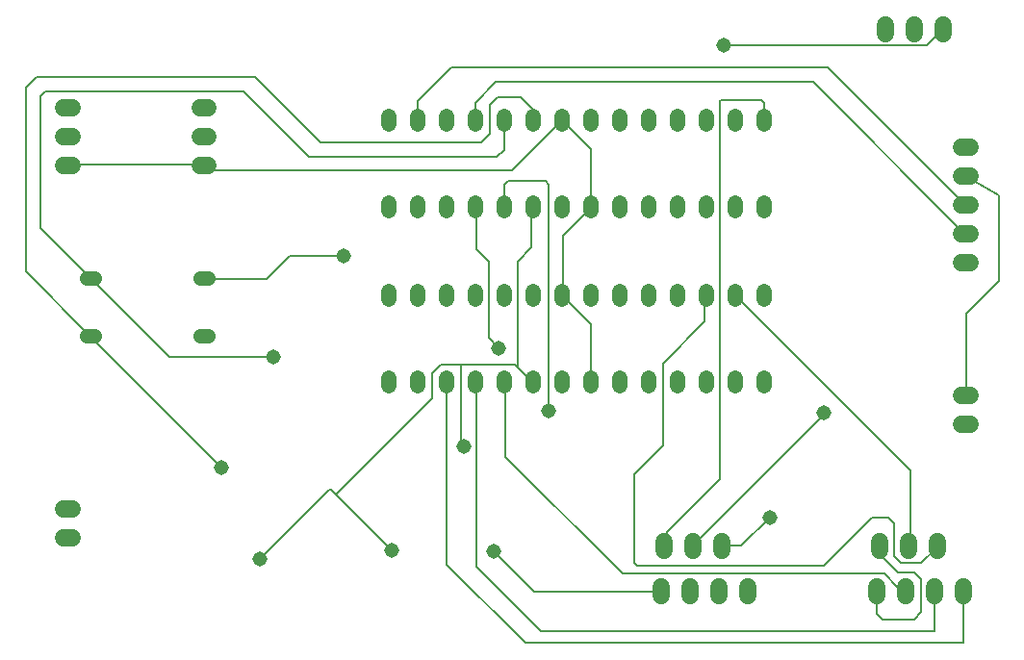
<source format=gbr>
G04 EAGLE Gerber RS-274X export*
G75*
%MOMM*%
%FSLAX34Y34*%
%LPD*%
%INBottom Copper*%
%IPPOS*%
%AMOC8*
5,1,8,0,0,1.08239X$1,22.5*%
G01*
%ADD10C,1.320800*%
%ADD11C,1.308000*%
%ADD12C,1.524000*%
%ADD13C,1.508000*%
%ADD14C,0.203200*%
%ADD15C,1.308000*%


D10*
X722600Y497902D02*
X722600Y491298D01*
X697200Y491298D02*
X697200Y497902D01*
X671800Y497902D02*
X671800Y491298D01*
X646400Y491298D02*
X646400Y497902D01*
X621000Y497902D02*
X621000Y491298D01*
X595600Y491298D02*
X595600Y497902D01*
X570200Y497902D02*
X570200Y491298D01*
X544800Y491298D02*
X544800Y497902D01*
X519400Y497902D02*
X519400Y491298D01*
X494000Y491298D02*
X494000Y497902D01*
X468600Y497902D02*
X468600Y491298D01*
X443200Y491298D02*
X443200Y497902D01*
X417800Y497902D02*
X417800Y491298D01*
X392400Y491298D02*
X392400Y497902D01*
X392400Y421702D02*
X392400Y415098D01*
X417800Y415098D02*
X417800Y421702D01*
X443200Y421702D02*
X443200Y415098D01*
X468600Y415098D02*
X468600Y421702D01*
X494000Y421702D02*
X494000Y415098D01*
X519400Y415098D02*
X519400Y421702D01*
X544800Y421702D02*
X544800Y415098D01*
X570200Y415098D02*
X570200Y421702D01*
X595600Y421702D02*
X595600Y415098D01*
X621000Y415098D02*
X621000Y421702D01*
X646400Y421702D02*
X646400Y415098D01*
X671800Y415098D02*
X671800Y421702D01*
X697200Y421702D02*
X697200Y415098D01*
X722600Y415098D02*
X722600Y421702D01*
X722600Y343602D02*
X722600Y336998D01*
X697200Y336998D02*
X697200Y343602D01*
X671800Y343602D02*
X671800Y336998D01*
X646400Y336998D02*
X646400Y343602D01*
X621000Y343602D02*
X621000Y336998D01*
X595600Y336998D02*
X595600Y343602D01*
X570200Y343602D02*
X570200Y336998D01*
X544800Y336998D02*
X544800Y343602D01*
X519400Y343602D02*
X519400Y336998D01*
X494000Y336998D02*
X494000Y343602D01*
X468600Y343602D02*
X468600Y336998D01*
X443200Y336998D02*
X443200Y343602D01*
X417800Y343602D02*
X417800Y336998D01*
X392400Y336998D02*
X392400Y343602D01*
X392400Y267402D02*
X392400Y260798D01*
X417800Y260798D02*
X417800Y267402D01*
X443200Y267402D02*
X443200Y260798D01*
X468600Y260798D02*
X468600Y267402D01*
X494000Y267402D02*
X494000Y260798D01*
X519400Y260798D02*
X519400Y267402D01*
X544800Y267402D02*
X544800Y260798D01*
X570200Y260798D02*
X570200Y267402D01*
X595600Y267402D02*
X595600Y260798D01*
X621000Y260798D02*
X621000Y267402D01*
X646400Y267402D02*
X646400Y260798D01*
X671800Y260798D02*
X671800Y267402D01*
X697200Y267402D02*
X697200Y260798D01*
X722600Y260798D02*
X722600Y267402D01*
D11*
X133270Y304600D02*
X126730Y304600D01*
X126730Y355400D02*
X133270Y355400D01*
D12*
X880000Y571190D02*
X880000Y578810D01*
X854600Y578810D02*
X854600Y571190D01*
X829200Y571190D02*
X829200Y578810D01*
D13*
X113770Y127300D02*
X106230Y127300D01*
X106230Y152700D02*
X113770Y152700D01*
X896230Y369200D02*
X903770Y369200D01*
X903770Y394600D02*
X896230Y394600D01*
X896230Y420000D02*
X903770Y420000D01*
X903770Y445400D02*
X896230Y445400D01*
X896230Y470800D02*
X903770Y470800D01*
X233770Y454600D02*
X226230Y454600D01*
X226230Y480000D02*
X233770Y480000D01*
X233770Y505400D02*
X226230Y505400D01*
X113770Y454600D02*
X106230Y454600D01*
X106230Y480000D02*
X113770Y480000D01*
X113770Y505400D02*
X106230Y505400D01*
X896230Y227300D02*
X903770Y227300D01*
X903770Y252700D02*
X896230Y252700D01*
D12*
X824600Y123810D02*
X824600Y116190D01*
X850000Y116190D02*
X850000Y123810D01*
X875400Y123810D02*
X875400Y116190D01*
X634600Y116190D02*
X634600Y123810D01*
X660000Y123810D02*
X660000Y116190D01*
X685400Y116190D02*
X685400Y123810D01*
X898100Y83810D02*
X898100Y76190D01*
X872700Y76190D02*
X872700Y83810D01*
X847300Y83810D02*
X847300Y76190D01*
X821900Y76190D02*
X821900Y83810D01*
X708100Y83810D02*
X708100Y76190D01*
X682700Y76190D02*
X682700Y83810D01*
X657300Y83810D02*
X657300Y76190D01*
X631900Y76190D02*
X631900Y83810D01*
D11*
X233270Y304600D02*
X226730Y304600D01*
X226730Y355400D02*
X233270Y355400D01*
D14*
X228600Y455676D02*
X111252Y455676D01*
X228600Y455676D02*
X230000Y454600D01*
X111252Y455676D02*
X110000Y454600D01*
X569976Y315468D02*
X569976Y265176D01*
X569976Y315468D02*
X545592Y339852D01*
X569976Y265176D02*
X570200Y264100D01*
X545592Y339852D02*
X544800Y340300D01*
X569976Y419100D02*
X569976Y469392D01*
X545592Y493776D01*
X569976Y419100D02*
X570200Y418400D01*
X545592Y493776D02*
X544800Y494600D01*
X545592Y393192D02*
X545592Y341376D01*
X545592Y393192D02*
X569976Y417576D01*
X545592Y341376D02*
X544800Y340300D01*
X569976Y417576D02*
X570200Y418400D01*
X500968Y450676D02*
X233924Y450676D01*
X230000Y454600D01*
X500968Y450676D02*
X544068Y493776D01*
X544800Y494600D01*
X900684Y324544D02*
X900684Y252984D01*
X900684Y324544D02*
X929400Y353260D01*
X929400Y428551D01*
X900684Y252984D02*
X900000Y252700D01*
X929400Y428551D02*
X900000Y445400D01*
X430316Y249628D02*
X345614Y164926D01*
X339852Y169164D02*
X278892Y108204D01*
X430316Y249628D02*
X430316Y272248D01*
X437936Y279868D01*
X456224Y279868D02*
X503468Y279868D01*
X456224Y279868D02*
X437936Y279868D01*
X505968Y277368D02*
X518160Y265176D01*
X505968Y277368D02*
X503468Y279868D01*
X518160Y265176D02*
X519400Y264100D01*
X345614Y164926D02*
X341376Y169164D01*
X345614Y164926D02*
X394716Y115824D01*
X341376Y169164D02*
X339852Y169164D01*
X456224Y209764D02*
X456224Y279868D01*
X456224Y209764D02*
X458724Y207264D01*
X518160Y382592D02*
X518160Y417576D01*
X518160Y382592D02*
X505968Y370400D01*
X505968Y277368D01*
X518160Y417576D02*
X519400Y418400D01*
D15*
X278892Y108204D03*
X394716Y115824D03*
X458724Y207264D03*
D14*
X520180Y80036D02*
X622490Y80036D01*
X520180Y80036D02*
X485180Y115036D01*
X622490Y80036D02*
X622535Y80000D01*
X631900Y80000D01*
X637100Y131988D02*
X683728Y178616D01*
X637100Y122500D02*
X634600Y120000D01*
X637100Y122500D02*
X637100Y131988D01*
D15*
X485180Y115036D03*
D14*
X683728Y178616D02*
X683728Y511228D01*
X685000Y512500D01*
X720000Y512500D01*
X722600Y509900D02*
X722600Y494600D01*
X722600Y509900D02*
X720000Y512500D01*
X824600Y120000D02*
X824600Y112780D01*
X840392Y96988D01*
X854416Y96988D01*
X860512Y90892D01*
X860512Y61628D01*
X854416Y55532D01*
X826676Y55532D01*
X821900Y60308D02*
X821900Y80000D01*
X821900Y60308D02*
X826676Y55532D01*
X230124Y355092D02*
X230000Y355400D01*
D15*
X352500Y375000D03*
D14*
X305000Y375000D01*
X285000Y355000D01*
X230216Y355000D01*
X230124Y355092D01*
X131064Y303276D02*
X245364Y188976D01*
X131064Y303276D02*
X130000Y304600D01*
X519400Y494600D02*
X519400Y503940D01*
X508348Y514992D01*
X488228Y514992D01*
X481036Y507800D01*
X481036Y482680D01*
X473724Y475368D01*
X129540Y304800D02*
X72964Y361376D01*
X129540Y304800D02*
X130000Y304600D01*
D15*
X245364Y188976D03*
D14*
X72964Y522964D02*
X82500Y532500D01*
X275000Y532500D01*
X332132Y475368D02*
X473724Y475368D01*
X72964Y522964D02*
X72964Y361376D01*
X275000Y532500D02*
X332132Y475368D01*
X291152Y286632D02*
X199524Y286632D01*
X131064Y355092D01*
X130000Y355400D01*
X494000Y468572D02*
X494000Y494600D01*
X494000Y468572D02*
X487748Y462320D01*
X129540Y356616D02*
X86012Y400144D01*
X129540Y356616D02*
X130000Y355400D01*
D15*
X291152Y286632D03*
D14*
X86012Y516012D02*
X90000Y520000D01*
X265000Y520000D01*
X322680Y462320D02*
X487748Y462320D01*
X86012Y516012D02*
X86012Y400144D01*
X265000Y520000D02*
X322680Y462320D01*
X687324Y560832D02*
X865632Y560832D01*
X879348Y574548D01*
X880000Y575000D01*
D15*
X687324Y560832D03*
D14*
X447508Y541088D02*
X417800Y511380D01*
X417800Y494600D01*
X447508Y541088D02*
X778696Y541088D01*
X899160Y420624D01*
X900000Y420000D01*
X486704Y528040D02*
X468600Y509936D01*
X468600Y494600D01*
X486704Y528040D02*
X765836Y528040D01*
X899160Y394716D01*
X900000Y394600D01*
X443484Y263652D02*
X443484Y103444D01*
X512492Y34436D01*
X898100Y34436D01*
X443484Y263652D02*
X443200Y264100D01*
X898100Y80000D02*
X898100Y34436D01*
X469392Y102108D02*
X469392Y263652D01*
X469392Y102108D02*
X526516Y44984D01*
X872700Y44984D01*
X872700Y80000D01*
X469392Y263652D02*
X468600Y264100D01*
X495300Y263652D02*
X495300Y198360D01*
X598076Y95584D01*
X828508Y95584D01*
X840594Y83498D01*
X495300Y263652D02*
X494000Y264100D01*
X840594Y83498D02*
X847300Y80000D01*
X469392Y381000D02*
X469392Y417576D01*
X469392Y381000D02*
X480420Y369972D01*
X480420Y302916D02*
X489324Y294012D01*
X480420Y302916D02*
X480420Y369972D01*
X469392Y417576D02*
X468600Y418400D01*
D15*
X489324Y294012D03*
D14*
X494000Y418400D02*
X494000Y437680D01*
X497612Y441292D01*
X530232Y441292D01*
X533400Y438124D01*
X533400Y239268D01*
D15*
X533400Y239268D03*
D14*
X697992Y339800D02*
X697992Y339852D01*
X697992Y339800D02*
X851368Y186424D01*
X851368Y121368D02*
X850000Y120000D01*
X851368Y121368D02*
X851368Y186424D01*
X697992Y339852D02*
X697200Y340300D01*
X670560Y339852D02*
X670560Y317300D01*
X633436Y280176D01*
X633436Y208136D01*
X608316Y183016D01*
X608316Y105276D01*
X610936Y102656D01*
X775000Y102656D01*
X837224Y111252D02*
X837224Y140000D01*
X837224Y111252D02*
X843320Y105156D01*
X861060Y105156D01*
X874776Y118872D01*
X671800Y340300D02*
X670560Y339852D01*
X875400Y120000D02*
X874776Y118872D01*
X817344Y145000D02*
X775000Y102656D01*
X832224Y145000D02*
X837224Y140000D01*
X832224Y145000D02*
X817344Y145000D01*
X776250Y236250D02*
X775000Y237500D01*
D15*
X775000Y237500D03*
D14*
X776250Y236250D02*
X660000Y120000D01*
D15*
X727500Y145000D03*
D14*
X702500Y120000D01*
X685400Y120000D01*
M02*

</source>
